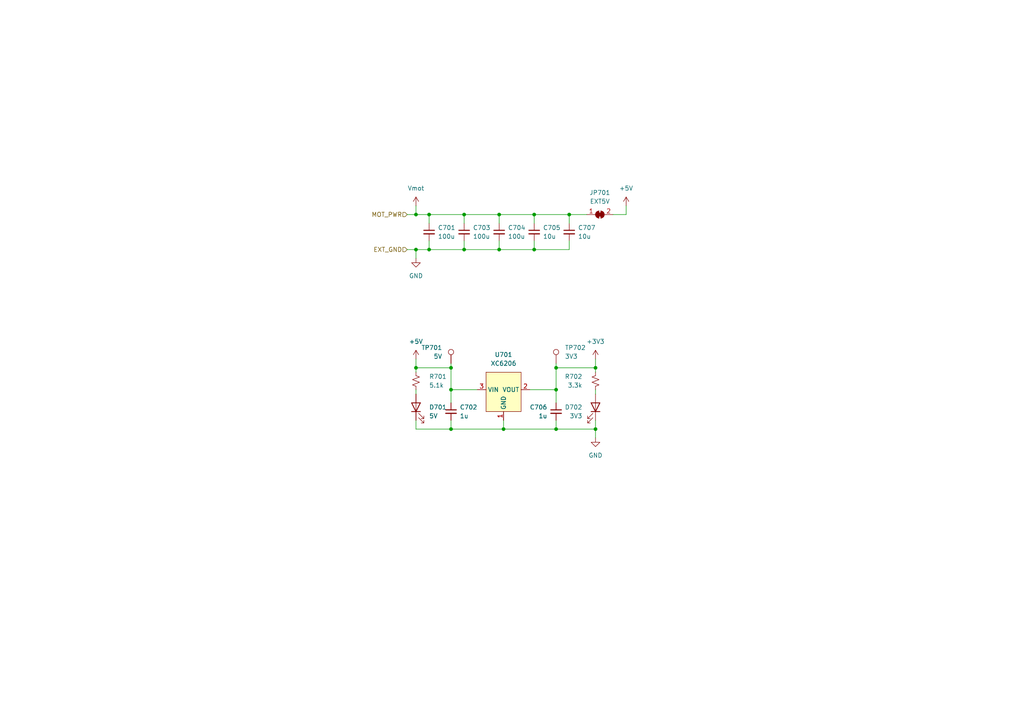
<source format=kicad_sch>
(kicad_sch (version 20230121) (generator eeschema)
  (paper "A4")
  (title_block (title "POWER SUPPLY & FILTERING") (date "2023-06-17") (rev "1.0") (company "matei repair lab"))
  (lib_symbols
    (symbol "Connector:TestPoint" (pin_numbers hide) (pin_names (offset 0.762) hide)
      (property "Reference" "TP" (at 0 6.858 0))
      (property "Value" "TestPoint" (at 0 5.08 0))
      (symbol "TestPoint_0_1"
        (circle (center 0 3.302) (radius 0.762))
      )
      (symbol "TestPoint_1_1"
        (pin passive line (at 0 0 90) (length 2.54) (name "1") (number "1"))
      )
    )
    (symbol "Device:C_Small" (pin_numbers hide) (pin_names (offset 0.254) hide)
      (property "Reference" "C" (at 0.254 1.778 0))
      (property "Value" "C_Small" (at 0.254 -2.032 0))
      (symbol "C_Small_0_1"
        (polyline (pts (xy -1.524 -0.508) (xy 1.524 -0.508)) (stroke (width 0.3302)))
        (polyline (pts (xy -1.524 0.508) (xy 1.524 0.508)) (stroke (width 0.3048)))
      )
      (symbol "C_Small_1_1"
        (pin passive line (at 0 2.54 270) (length 2.032) (name "~") (number "1"))
        (pin passive line (at 0 -2.54 90) (length 2.032) (name "~") (number "2"))
      )
    )
    (symbol "Device:LED" (pin_numbers hide) (pin_names (offset 1.016) hide)
      (property "Reference" "D" (at 0 2.54 0))
      (property "Value" "LED" (at 0 -2.54 0))
      (symbol "LED_0_1"
        (polyline (pts (xy -1.27 -1.27) (xy -1.27 1.27)) (stroke (width 0.254)))
        (polyline (pts (xy -1.27 0) (xy 1.27 0)))
        (polyline (pts (xy 1.27 -1.27) (xy 1.27 1.27) (xy -1.27 0) (xy 1.27 -1.27)) (stroke (width 0.254)))
        (polyline (pts (xy -3.048 -0.762) (xy -4.572 -2.286) (xy -3.81 -2.286) (xy -4.572 -2.286) (xy -4.572 -1.524)))
        (polyline (pts (xy -1.778 -0.762) (xy -3.302 -2.286) (xy -2.54 -2.286) (xy -3.302 -2.286) (xy -3.302 -1.524)))
      )
      (symbol "LED_1_1"
        (pin passive line (at -3.81 0 0) (length 2.54) (name "K") (number "1"))
        (pin passive line (at 3.81 0 180) (length 2.54) (name "A") (number "2"))
      )
    )
    (symbol "Device:R_Small_US" (pin_numbers hide) (pin_names (offset 0.254) hide)
      (property "Reference" "R" (at 0.762 0.508 0))
      (property "Value" "R_Small_US" (at 0.762 -1.016 0))
      (symbol "R_Small_US_1_1"
        (polyline (pts (xy 0 0) (xy 1.016 -0.381) (xy 0 -0.762) (xy -1.016 -1.143) (xy 0 -1.524)))
        (polyline (pts (xy 0 1.524) (xy 1.016 1.143) (xy 0 0.762) (xy -1.016 0.381) (xy 0 0)))
        (pin passive line (at 0 2.54 270) (length 1.016) (name "~") (number "1"))
        (pin passive line (at 0 -2.54 90) (length 1.016) (name "~") (number "2"))
      )
    )
    (symbol "Jumper:SolderJumper_2_Bridged" (pin_names (offset 0) hide)
      (property "Reference" "JP" (at 0 2.032 0))
      (property "Value" "SolderJumper_2_Bridged" (at 0 -2.54 0))
      (symbol "SolderJumper_2_Bridged_0_1"
        (rectangle (start -0.508 0.508) (end 0.508 -0.508) (fill (type outline)))
        (arc (start -0.254 1.016) (mid -1.2656 0) (end -0.254 -1.016))
        (arc (start -0.254 1.016) (mid -1.2656 0) (end -0.254 -1.016) (fill (type outline)))
        (polyline (pts (xy -0.254 1.016) (xy -0.254 -1.016)))
        (polyline (pts (xy 0.254 1.016) (xy 0.254 -1.016)))
        (arc (start 0.254 -1.016) (mid 1.2656 0) (end 0.254 1.016))
        (arc (start 0.254 -1.016) (mid 1.2656 0) (end 0.254 1.016) (fill (type outline)))
      )
      (symbol "SolderJumper_2_Bridged_1_1"
        (pin passive line (at -3.81 0 0) (length 2.54) (name "A") (number "1"))
        (pin passive line (at 3.81 0 180) (length 2.54) (name "B") (number "2"))
      )
    )
    (symbol "matei:Vmot" (power) (pin_names (offset 0))
      (property "Value" "Vmot" (at 0 3.81 0))
      (symbol "Vmot_0_1"
        (polyline (pts (xy -0.762 1.27) (xy 0 2.54)))
        (polyline (pts (xy 0 0) (xy 0 2.54)))
        (polyline (pts (xy 0 2.54) (xy 0.762 1.27)))
      )
      (symbol "Vmot_1_1"
        (pin power_in line (at 0 0 90) (length 0) hide (name "Vmot") (number "1"))
      )
    )
    (symbol "matei:XC6206"
      (property "Reference" "U" (at -3.81 6.35 0))
      (property "Value" "XC6206" (at 0 2.54 0))
      (symbol "XC6206_0_1"
        (rectangle (start -5.08 5.08) (end 5.08 -6.35) (stroke (width 0.1524)) (fill (type background)))
      )
      (symbol "XC6206_1_1"
        (pin input line (at 0 -8.89 90) (length 2.54) (name "GND") (number "1"))
        (pin input line (at 7.62 0 180) (length 2.54) (name "VOUT") (number "2"))
        (pin input line (at -7.62 0 0) (length 2.54) (name "VIN") (number "3"))
      )
    )
    (symbol "power:+3V3" (power) (pin_names (offset 0))
      (property "Value" "+3V3" (at 0 3.556 0))
      (symbol "+3V3_0_1"
        (polyline (pts (xy -0.762 1.27) (xy 0 2.54)))
        (polyline (pts (xy 0 0) (xy 0 2.54)))
        (polyline (pts (xy 0 2.54) (xy 0.762 1.27)))
      )
      (symbol "+3V3_1_1"
        (pin power_in line (at 0 0 90) (length 0) hide (name "+3V3") (number "1"))
      )
    )
    (symbol "power:+5V" (power) (pin_names (offset 0))
      (property "Value" "+5V" (at 0 3.556 0))
      (symbol "+5V_0_1"
        (polyline (pts (xy -0.762 1.27) (xy 0 2.54)))
        (polyline (pts (xy 0 0) (xy 0 2.54)))
        (polyline (pts (xy 0 2.54) (xy 0.762 1.27)))
      )
      (symbol "+5V_1_1"
        (pin power_in line (at 0 0 90) (length 0) hide (name "+5V") (number "1"))
      )
    )
    (symbol "power:GND" (power) (pin_names (offset 0))
      (property "Value" "GND" (at 0 -3.81 0))
      (symbol "GND_0_1"
        (polyline (pts (xy 0 0) (xy 0 -1.27) (xy 1.27 -1.27) (xy 0 -2.54) (xy -1.27 -1.27) (xy 0 -1.27)))
      )
      (symbol "GND_1_1"
        (pin power_in line (at 0 0 270) (length 0) hide (name "GND") (number "1"))
      )
    )
  )
  (junction (at 144.78 62.23))
  (junction (at 124.46 62.23))
  (junction (at 130.81 124.46))
  (junction (at 161.29 113.03))
  (junction (at 130.81 106.68))
  (junction (at 154.94 72.39))
  (junction (at 134.62 72.39))
  (junction (at 120.65 106.68))
  (junction (at 161.29 124.46))
  (junction (at 144.78 72.39))
  (junction (at 124.46 72.39))
  (junction (at 130.81 113.03))
  (junction (at 120.65 72.39))
  (junction (at 154.94 62.23))
  (junction (at 172.72 124.46))
  (junction (at 172.72 106.68))
  (junction (at 134.62 62.23))
  (junction (at 146.05 124.46))
  (junction (at 120.65 62.23))
  (junction (at 165.1 62.23))
  (junction (at 161.29 106.68))
  (wire (pts (xy 161.29 121.92) (xy 161.29 124.46)))
  (wire (pts (xy 130.81 124.46) (xy 146.05 124.46)))
  (wire (pts (xy 124.46 62.23) (xy 134.62 62.23)))
  (wire (pts (xy 161.29 113.03) (xy 161.29 116.84)))
  (wire (pts (xy 124.46 69.85) (xy 124.46 72.39)))
  (wire (pts (xy 130.81 106.68) (xy 130.81 113.03)))
  (wire (pts (xy 120.65 106.68) (xy 120.65 107.95)))
  (wire (pts (xy 120.65 121.92) (xy 120.65 124.46)))
  (wire (pts (xy 154.94 62.23) (xy 154.94 64.77)))
  (wire (pts (xy 120.65 124.46) (xy 130.81 124.46)))
  (wire (pts (xy 154.94 69.85) (xy 154.94 72.39)))
  (wire (pts (xy 161.29 106.68) (xy 161.29 113.03)))
  (wire (pts (xy 144.78 62.23) (xy 144.78 64.77)))
  (wire (pts (xy 134.62 72.39) (xy 144.78 72.39)))
  (wire (pts (xy 161.29 105.41) (xy 161.29 106.68)))
  (wire (pts (xy 165.1 69.85) (xy 165.1 72.39)))
  (wire (pts (xy 146.05 121.92) (xy 146.05 124.46)))
  (wire (pts (xy 144.78 62.23) (xy 154.94 62.23)))
  (wire (pts (xy 130.81 105.41) (xy 130.81 106.68)))
  (wire (pts (xy 118.11 72.39) (xy 120.65 72.39)))
  (wire (pts (xy 124.46 62.23) (xy 124.46 64.77)))
  (wire (pts (xy 120.65 72.39) (xy 120.65 74.93)))
  (wire (pts (xy 172.72 121.92) (xy 172.72 124.46)))
  (wire (pts (xy 120.65 104.14) (xy 120.65 106.68)))
  (wire (pts (xy 130.81 106.68) (xy 120.65 106.68)))
  (wire (pts (xy 120.65 113.03) (xy 120.65 114.3)))
  (wire (pts (xy 144.78 72.39) (xy 154.94 72.39)))
  (wire (pts (xy 177.8 62.23) (xy 181.61 62.23)))
  (wire (pts (xy 134.62 62.23) (xy 134.62 64.77)))
  (wire (pts (xy 165.1 62.23) (xy 165.1 64.77)))
  (wire (pts (xy 161.29 106.68) (xy 172.72 106.68)))
  (wire (pts (xy 172.72 124.46) (xy 161.29 124.46)))
  (wire (pts (xy 120.65 59.69) (xy 120.65 62.23)))
  (wire (pts (xy 172.72 113.03) (xy 172.72 114.3)))
  (wire (pts (xy 138.43 113.03) (xy 130.81 113.03)))
  (wire (pts (xy 165.1 62.23) (xy 170.18 62.23)))
  (wire (pts (xy 146.05 124.46) (xy 161.29 124.46)))
  (wire (pts (xy 144.78 69.85) (xy 144.78 72.39)))
  (wire (pts (xy 153.67 113.03) (xy 161.29 113.03)))
  (wire (pts (xy 120.65 62.23) (xy 124.46 62.23)))
  (wire (pts (xy 120.65 62.23) (xy 118.11 62.23)))
  (wire (pts (xy 130.81 113.03) (xy 130.81 116.84)))
  (wire (pts (xy 172.72 124.46) (xy 172.72 127)))
  (wire (pts (xy 154.94 72.39) (xy 165.1 72.39)))
  (wire (pts (xy 120.65 72.39) (xy 124.46 72.39)))
  (wire (pts (xy 134.62 69.85) (xy 134.62 72.39)))
  (wire (pts (xy 154.94 62.23) (xy 165.1 62.23)))
  (wire (pts (xy 181.61 62.23) (xy 181.61 59.69)))
  (wire (pts (xy 130.81 121.92) (xy 130.81 124.46)))
  (wire (pts (xy 124.46 72.39) (xy 134.62 72.39)))
  (wire (pts (xy 172.72 106.68) (xy 172.72 107.95)))
  (wire (pts (xy 134.62 62.23) (xy 144.78 62.23)))
  (wire (pts (xy 172.72 104.14) (xy 172.72 106.68)))
  (hierarchical_label "EXT_GND" (shape input) (at 118.11 72.39 180))
  (hierarchical_label "MOT_PWR" (shape input) (at 118.11 62.23 180))
  (symbol (lib_id "Device:C_Small") (at 165.1 67.31 0) (unit 1)
    (property "Reference" "C707" (at 167.64 66.0463 0) (effects (justify left)))
    (property "Value" "10u" (at 167.64 68.5863 0) (effects (justify left)))
    (property "Footprint" "Capacitor_SMD:C_0402_1005Metric" (effects hide))
  )
  (symbol (lib_id "Device:R_Small_US") (at 172.72 110.49 0) (mirror y) (unit 1)
    (property "Reference" "R702" (at 168.91 109.22 0) (effects (justify left)))
    (property "Value" "3.3k" (at 168.91 111.76 0) (effects (justify left)))
    (property "Footprint" "Resistor_SMD:R_0402_1005Metric" (effects hide))
  )
  (symbol (lib_id "power:GND") (at 172.72 127 0) (unit 1)
    (property "Reference" "#PWR0705" (effects hide))
    (property "Value" "GND" (at 172.72 132.08 0))
  )
  (symbol (lib_id "Device:C_Small") (at 130.81 119.38 0) (unit 1)
    (property "Reference" "C702" (at 133.35 118.1163 0) (effects (justify left)))
    (property "Value" "1u" (at 133.35 120.6563 0) (effects (justify left)))
    (property "Footprint" "Capacitor_SMD:C_0402_1005Metric" (effects hide))
  )
  (symbol (lib_id "matei:XC6206") (at 146.05 113.03 0) (unit 1)
    (property "Reference" "U701" (at 146.05 102.87 0))
    (property "Value" "XC6206" (at 146.05 105.41 0))
    (property "Footprint" "Package_TO_SOT_SMD:SOT-23" (effects hide))
    (property "Datasheet" "https://datasheet.lcsc.com/lcsc/1809201513_Torex-Semicon-XC6206P332MR_C5446.pdf" (effects hide))
  )
  (symbol (lib_id "Device:C_Small") (at 161.29 119.38 0) (mirror y) (unit 1)
    (property "Reference" "C706" (at 158.75 118.1163 0) (effects (justify left)))
    (property "Value" "1u" (at 158.75 120.6563 0) (effects (justify left)))
    (property "Footprint" "Capacitor_SMD:C_0402_1005Metric" (effects hide))
  )
  (symbol (lib_id "Device:C_Small") (at 144.78 67.31 0) (unit 1)
    (property "Reference" "C704" (at 147.32 66.0463 0) (effects (justify left)))
    (property "Value" "100u" (at 147.32 68.5863 0) (effects (justify left)))
    (property "Footprint" "Capacitor_SMD:C_1206_3216Metric" (effects hide))
  )
  (symbol (lib_id "Device:LED") (at 172.72 118.11 270) (mirror x) (unit 1)
    (property "Reference" "D702" (at 168.91 118.11 90) (effects (justify right)))
    (property "Value" "3V3" (at 168.91 120.65 90) (effects (justify right)))
    (property "Footprint" "Diode_SMD:D_0603_1608Metric" (effects hide))
  )
  (symbol (lib_id "Device:R_Small_US") (at 120.65 110.49 0) (unit 1)
    (property "Reference" "R701" (at 124.46 109.22 0) (effects (justify left)))
    (property "Value" "5.1k" (at 124.46 111.76 0) (effects (justify left)))
    (property "Footprint" "Resistor_SMD:R_0402_1005Metric" (effects hide))
  )
  (symbol (lib_id "Connector:TestPoint") (at 130.81 105.41 0) (mirror y) (unit 1)
    (property "Reference" "TP701" (at 128.27 100.838 0) (effects (justify left)))
    (property "Value" "5V" (at 128.27 103.378 0) (effects (justify left)))
    (property "Footprint" "TestPoint:TestPoint_Pad_D1.0mm" (effects hide))
  )
  (symbol (lib_id "Device:LED") (at 120.65 118.11 90) (unit 1)
    (property "Reference" "D701" (at 124.46 118.11 90) (effects (justify right)))
    (property "Value" "5V" (at 124.46 120.65 90) (effects (justify right)))
    (property "Footprint" "Diode_SMD:D_0603_1608Metric" (effects hide))
  )
  (symbol (lib_id "power:GND") (at 120.65 74.93 0) (unit 1)
    (property "Reference" "#PWR0702" (effects hide))
    (property "Value" "GND" (at 120.65 80.01 0))
  )
  (symbol (lib_id "matei:Vmot") (at 120.65 59.69 0) (unit 1)
    (property "Reference" "#PWR0701" (effects hide))
    (property "Value" "Vmot" (at 120.65 54.61 0))
  )
  (symbol (lib_id "Jumper:SolderJumper_2_Bridged") (at 173.99 62.23 0) (unit 1)
    (property "Reference" "JP701" (at 173.99 55.88 0))
    (property "Value" "EXT5V" (at 173.99 58.42 0))
    (property "Footprint" "Jumper:SolderJumper-2_P1.3mm_Bridged_RoundedPad1.0x1.5mm" (effects hide))
  )
  (symbol (lib_id "power:+5V") (at 120.65 104.14 0) (unit 1)
    (property "Reference" "#PWR0703" (effects hide))
    (property "Value" "+5V" (at 120.65 99.06 0))
  )
  (symbol (lib_id "power:+5V") (at 181.61 59.69 0) (unit 1)
    (property "Reference" "#PWR0706" (effects hide))
    (property "Value" "+5V" (at 181.61 54.61 0))
  )
  (symbol (lib_id "Connector:TestPoint") (at 161.29 105.41 0) (unit 1)
    (property "Reference" "TP702" (at 163.83 100.838 0) (effects (justify left)))
    (property "Value" "3V3" (at 163.83 103.378 0) (effects (justify left)))
    (property "Footprint" "TestPoint:TestPoint_Pad_D1.0mm" (effects hide))
  )
  (symbol (lib_id "Device:C_Small") (at 134.62 67.31 0) (unit 1)
    (property "Reference" "C703" (at 137.16 66.0463 0) (effects (justify left)))
    (property "Value" "100u" (at 137.16 68.5863 0) (effects (justify left)))
    (property "Footprint" "Capacitor_SMD:C_1206_3216Metric" (effects hide))
  )
  (symbol (lib_id "Device:C_Small") (at 124.46 67.31 0) (unit 1)
    (property "Reference" "C701" (at 127 66.0463 0) (effects (justify left)))
    (property "Value" "100u" (at 127 68.5863 0) (effects (justify left)))
    (property "Footprint" "Capacitor_SMD:C_1206_3216Metric" (effects hide))
  )
  (symbol (lib_id "Device:C_Small") (at 154.94 67.31 0) (unit 1)
    (property "Reference" "C705" (at 157.48 66.0463 0) (effects (justify left)))
    (property "Value" "10u" (at 157.48 68.5863 0) (effects (justify left)))
    (property "Footprint" "Capacitor_SMD:C_0402_1005Metric" (effects hide))
  )
  (symbol (lib_id "power:+3V3") (at 172.72 104.14 0) (unit 1)
    (property "Reference" "#PWR0704" (effects hide))
    (property "Value" "+3V3" (at 172.72 99.06 0))
  )
)
</source>
